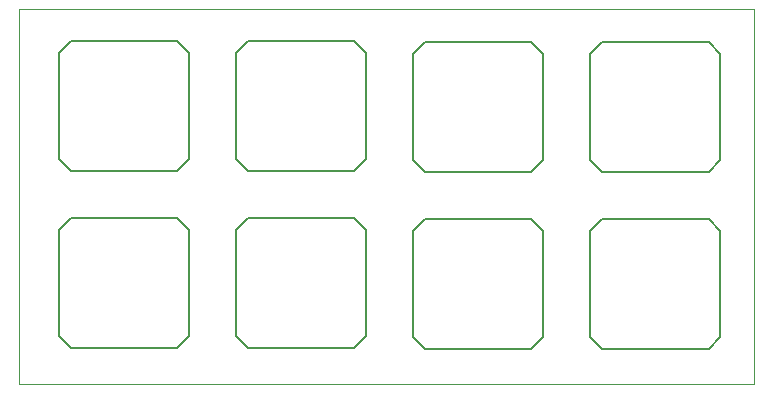
<source format=gko>
G04 Layer: BoardOutlineLayer*
G04 EasyEDA v6.5.39, 2024-01-12 11:35:09*
G04 4980f93ac73447f5a063ba286352cf90,24315905b9734375b2ccc5c6aeea7757,10*
G04 Gerber Generator version 0.2*
G04 Scale: 100 percent, Rotated: No, Reflected: No *
G04 Dimensions in inches *
G04 leading zeros omitted , absolute positions ,3 integer and 6 decimal *
%FSLAX36Y36*%
%MOIN*%

%ADD10C,0.0020*%
%ADD11C,0.0050*%
D10*
X2450000Y1250000D02*
G01*
X2450000Y0D01*
X0Y0D01*
X0Y1250000D01*
X2450000Y1250000D01*
D11*
X763617Y1143069D02*
G01*
X724247Y1103701D01*
X724238Y749402D01*
X763641Y710000D01*
X1117938Y710000D01*
X1157337Y749402D01*
X1157318Y1103701D01*
X1117948Y1143069D01*
X763617Y1143069D01*
X175000Y1145000D02*
G01*
X135625Y1105630D01*
X135617Y751327D01*
X175019Y711929D01*
X529315Y711929D01*
X568719Y751327D01*
X568695Y1105630D01*
X529326Y1145000D01*
X175000Y1145000D01*
X763617Y553069D02*
G01*
X724247Y513701D01*
X724238Y159402D01*
X763638Y120000D01*
X1117934Y120000D01*
X1157339Y159402D01*
X1157318Y513701D01*
X1117948Y553069D01*
X763617Y553069D01*
X175000Y555000D02*
G01*
X135625Y515630D01*
X135617Y161327D01*
X175014Y121929D01*
X529311Y121929D01*
X568715Y161327D01*
X568695Y515630D01*
X529326Y555000D01*
X175000Y555000D01*
X1945164Y551006D02*
G01*
X1905793Y511637D01*
X1905784Y157334D01*
X1945182Y117937D01*
X2299480Y117937D01*
X2338883Y157334D01*
X2338860Y511637D01*
X2299489Y551006D01*
X1945164Y551006D01*
X1354611Y551006D02*
G01*
X1315241Y511637D01*
X1315231Y157339D01*
X1354636Y117937D01*
X1708932Y117937D01*
X1748333Y157339D01*
X1748312Y511637D01*
X1708942Y551006D01*
X1354611Y551006D01*
X1945183Y1141525D02*
G01*
X1905814Y1102157D01*
X1905803Y747853D01*
X1945203Y708456D01*
X2299499Y708456D01*
X2338904Y747853D01*
X2338879Y1102157D01*
X2299510Y1141525D01*
X1945183Y1141525D01*
X1354632Y1141525D02*
G01*
X1315262Y1102157D01*
X1315252Y747858D01*
X1354656Y708456D01*
X1708953Y708456D01*
X1748352Y747858D01*
X1748333Y1102157D01*
X1708963Y1141525D01*
X1354632Y1141525D01*

%LPD*%
M02*

</source>
